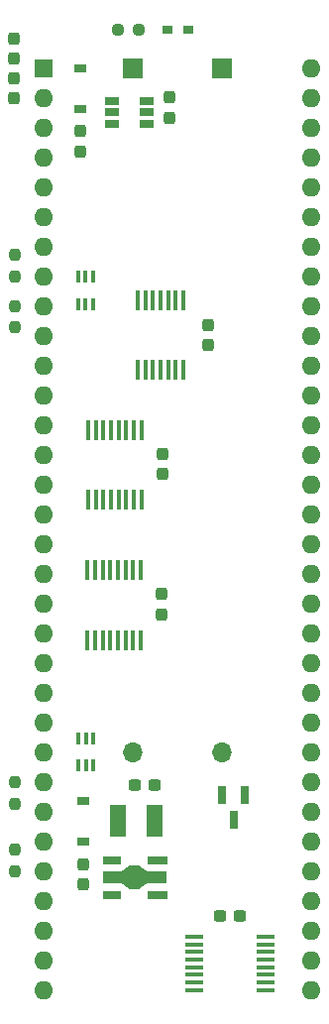
<source format=gbr>
%TF.GenerationSoftware,KiCad,Pcbnew,8.0.8+dfsg-1*%
%TF.CreationDate,2025-05-23T17:59:01+09:00*%
%TF.ProjectId,bionic-tms9900,62696f6e-6963-42d7-946d-73393930302e,1*%
%TF.SameCoordinates,Original*%
%TF.FileFunction,Soldermask,Top*%
%TF.FilePolarity,Negative*%
%FSLAX46Y46*%
G04 Gerber Fmt 4.6, Leading zero omitted, Abs format (unit mm)*
G04 Created by KiCad (PCBNEW 8.0.8+dfsg-1) date 2025-05-23 17:59:01*
%MOMM*%
%LPD*%
G01*
G04 APERTURE LIST*
G04 Aperture macros list*
%AMRoundRect*
0 Rectangle with rounded corners*
0 $1 Rounding radius*
0 $2 $3 $4 $5 $6 $7 $8 $9 X,Y pos of 4 corners*
0 Add a 4 corners polygon primitive as box body*
4,1,4,$2,$3,$4,$5,$6,$7,$8,$9,$2,$3,0*
0 Add four circle primitives for the rounded corners*
1,1,$1+$1,$2,$3*
1,1,$1+$1,$4,$5*
1,1,$1+$1,$6,$7*
1,1,$1+$1,$8,$9*
0 Add four rect primitives between the rounded corners*
20,1,$1+$1,$2,$3,$4,$5,0*
20,1,$1+$1,$4,$5,$6,$7,0*
20,1,$1+$1,$6,$7,$8,$9,0*
20,1,$1+$1,$8,$9,$2,$3,0*%
%AMFreePoly0*
4,1,13,0.500000,1.050000,1.000000,0.350000,1.000000,-0.450000,0.500000,-1.150000,0.500000,-2.750000,-0.500000,-2.750000,-0.500000,-1.150000,-1.000000,-0.450000,-1.000000,0.350000,-0.500000,1.050000,-0.500000,2.750000,0.500000,2.750000,0.500000,1.050000,0.500000,1.050000,$1*%
G04 Aperture macros list end*
%ADD10RoundRect,0.237500X0.237500X-0.300000X0.237500X0.300000X-0.237500X0.300000X-0.237500X-0.300000X0*%
%ADD11R,1.600000X1.600000*%
%ADD12O,1.600000X1.600000*%
%ADD13R,0.355600X1.778000*%
%ADD14R,1.041400X0.762000*%
%ADD15R,1.371600X2.743200*%
%ADD16RoundRect,0.237500X-0.237500X0.300000X-0.237500X-0.300000X0.237500X-0.300000X0.237500X0.300000X0*%
%ADD17R,1.200000X0.650001*%
%ADD18R,1.612900X0.355600*%
%ADD19RoundRect,0.237500X0.237500X-0.250000X0.237500X0.250000X-0.237500X0.250000X-0.237500X-0.250000X0*%
%ADD20R,1.600000X0.700000*%
%ADD21FreePoly0,270.000000*%
%ADD22R,1.700000X0.700000*%
%ADD23R,0.965200X0.762000*%
%ADD24RoundRect,0.237500X-0.237500X0.250000X-0.237500X-0.250000X0.237500X-0.250000X0.237500X0.250000X0*%
%ADD25RoundRect,0.237500X0.300000X0.237500X-0.300000X0.237500X-0.300000X-0.237500X0.300000X-0.237500X0*%
%ADD26R,0.355600X0.990600*%
%ADD27RoundRect,0.237500X0.250000X0.237500X-0.250000X0.237500X-0.250000X-0.237500X0.250000X-0.237500X0*%
%ADD28R,0.660400X1.625600*%
%ADD29R,1.700000X1.700000*%
%ADD30O,1.700000X1.700000*%
G04 APERTURE END LIST*
D10*
%TO.C,C12*%
X99644200Y-47394200D03*
X99644200Y-45669200D03*
%TD*%
D11*
%TO.C,U1*%
X88900000Y-43180000D03*
D12*
X88900000Y-45720000D03*
X88900000Y-48260000D03*
X88900000Y-50800000D03*
X88900000Y-53340000D03*
X88900000Y-55880000D03*
X88900000Y-58420000D03*
X88900000Y-60960000D03*
X88900000Y-63500000D03*
X88900000Y-66040000D03*
X88900000Y-68580000D03*
X88900000Y-71120000D03*
X88900000Y-73660000D03*
X88900000Y-76200000D03*
X88900000Y-78740000D03*
X88900000Y-81280000D03*
X88900000Y-83820000D03*
X88900000Y-86360000D03*
X88900000Y-88900000D03*
X88900000Y-91440000D03*
X88900000Y-93980000D03*
X88900000Y-96520000D03*
X88900000Y-99060000D03*
X88900000Y-101600000D03*
X88900000Y-104140000D03*
X88900000Y-106680000D03*
X88900000Y-109220000D03*
X88900000Y-111760000D03*
X88900000Y-114300000D03*
X88900000Y-116840000D03*
X88900000Y-119380000D03*
X88900000Y-121920000D03*
X111760000Y-121920000D03*
X111760000Y-119380000D03*
X111760000Y-116840000D03*
X111760000Y-114300000D03*
X111760000Y-111760000D03*
X111760000Y-109220000D03*
X111760000Y-106680000D03*
X111760000Y-104140000D03*
X111760000Y-101600000D03*
X111760000Y-99060000D03*
X111760000Y-96520000D03*
X111760000Y-93980000D03*
X111760000Y-91440000D03*
X111760000Y-88900000D03*
X111760000Y-86360000D03*
X111760000Y-83820000D03*
X111760000Y-81280000D03*
X111760000Y-78740000D03*
X111760000Y-76200000D03*
X111760000Y-73660000D03*
X111760000Y-71120000D03*
X111760000Y-68580000D03*
X111760000Y-66040000D03*
X111760000Y-63500000D03*
X111760000Y-60960000D03*
X111760000Y-58420000D03*
X111760000Y-55880000D03*
X111760000Y-53340000D03*
X111760000Y-50800000D03*
X111760000Y-48260000D03*
X111760000Y-45720000D03*
X111760000Y-43180000D03*
%TD*%
D13*
%TO.C,U4*%
X97169399Y-86055200D03*
X96519401Y-86055200D03*
X95869399Y-86055200D03*
X95219401Y-86055200D03*
X94569402Y-86055200D03*
X93919401Y-86055200D03*
X93269402Y-86055200D03*
X92619401Y-86055200D03*
X92619401Y-91998800D03*
X93269399Y-91998800D03*
X93919401Y-91998800D03*
X94569399Y-91998800D03*
X95219398Y-91998800D03*
X95869399Y-91998800D03*
X96519398Y-91998800D03*
X97169399Y-91998800D03*
%TD*%
D14*
%TO.C,D3*%
X91998800Y-46672500D03*
X91998800Y-43192700D03*
%TD*%
%TO.C,D2*%
X92252800Y-109220000D03*
X92252800Y-105740200D03*
%TD*%
D10*
%TO.C,C13*%
X86283800Y-42366100D03*
X86283800Y-40641100D03*
%TD*%
D15*
%TO.C,L1*%
X98348800Y-107442000D03*
X95199200Y-107442000D03*
%TD*%
D16*
%TO.C,C11*%
X91998800Y-48540500D03*
X91998800Y-50265500D03*
%TD*%
D17*
%TO.C,U7*%
X94740199Y-45989199D03*
X94740199Y-46939200D03*
X94740199Y-47889198D03*
X97690198Y-47889198D03*
X97690198Y-46939200D03*
X97690198Y-45989199D03*
%TD*%
D18*
%TO.C,U5*%
X101746050Y-117359001D03*
X101746050Y-118008999D03*
X101746050Y-118659001D03*
X101746050Y-119308999D03*
X101746050Y-119958998D03*
X101746050Y-120608999D03*
X101746050Y-121258998D03*
X101746050Y-121908999D03*
X107854750Y-121908999D03*
X107854750Y-121259001D03*
X107854750Y-120608999D03*
X107854750Y-119959001D03*
X107854750Y-119309002D03*
X107854750Y-118659001D03*
X107854750Y-118009002D03*
X107854750Y-117359001D03*
%TD*%
D19*
%TO.C,R4*%
X86410800Y-65325000D03*
X86410800Y-63500000D03*
%TD*%
D13*
%TO.C,U6*%
X100799901Y-62979300D03*
X100149900Y-62979300D03*
X99499899Y-62979300D03*
X98849900Y-62979300D03*
X98199901Y-62979300D03*
X97549900Y-62979300D03*
X96899901Y-62979300D03*
X96899899Y-68922900D03*
X97549900Y-68922900D03*
X98199899Y-68922900D03*
X98849900Y-68922900D03*
X99499899Y-68922900D03*
X100149900Y-68922900D03*
X100799899Y-68922900D03*
%TD*%
D20*
%TO.C,U8*%
X94742000Y-110792000D03*
D21*
X96692000Y-112292000D03*
D20*
X94742000Y-113792000D03*
D22*
X98592000Y-113792000D03*
X98592000Y-110792000D03*
%TD*%
D16*
%TO.C,C9*%
X92252800Y-111150400D03*
X92252800Y-112875400D03*
%TD*%
D23*
%TO.C,D1*%
X99453700Y-39878000D03*
X101206300Y-39878000D03*
%TD*%
D24*
%TO.C,R3*%
X86410800Y-109935000D03*
X86410800Y-111760000D03*
%TD*%
D10*
%TO.C,C4*%
X98958400Y-89813300D03*
X98958400Y-88088300D03*
%TD*%
D13*
%TO.C,U3*%
X97220199Y-74066400D03*
X96570201Y-74066400D03*
X95920199Y-74066400D03*
X95270201Y-74066400D03*
X94620202Y-74066400D03*
X93970201Y-74066400D03*
X93320202Y-74066400D03*
X92670201Y-74066400D03*
X92670201Y-80010000D03*
X93320199Y-80010000D03*
X93970201Y-80010000D03*
X94620199Y-80010000D03*
X95270198Y-80010000D03*
X95920199Y-80010000D03*
X96570198Y-80010000D03*
X97220199Y-80010000D03*
%TD*%
D25*
%TO.C,C8*%
X98348800Y-104394000D03*
X96623800Y-104394000D03*
%TD*%
%TO.C,C5*%
X105618500Y-115570000D03*
X103893500Y-115570000D03*
%TD*%
D24*
%TO.C,R5*%
X86410800Y-59135000D03*
X86410800Y-60960000D03*
%TD*%
D10*
%TO.C,C3*%
X99009200Y-77824500D03*
X99009200Y-76099500D03*
%TD*%
D26*
%TO.C,Q2*%
X91806001Y-63296800D03*
X92456000Y-63296800D03*
X93105999Y-63296800D03*
X93105999Y-60960000D03*
X92456000Y-60960000D03*
X91806001Y-60960000D03*
%TD*%
D10*
%TO.C,C1*%
X86283800Y-45718900D03*
X86283800Y-43993900D03*
%TD*%
D19*
%TO.C,R2*%
X86410800Y-105966900D03*
X86410800Y-104141900D03*
%TD*%
D26*
%TO.C,Q1*%
X91816401Y-102717600D03*
X92466400Y-102717600D03*
X93116399Y-102717600D03*
X93116399Y-100380800D03*
X92466400Y-100380800D03*
X91816401Y-100380800D03*
%TD*%
D27*
%TO.C,R1*%
X97028000Y-39878000D03*
X95203000Y-39878000D03*
%TD*%
D28*
%TO.C,U2*%
X106040001Y-105206800D03*
X104139999Y-105206800D03*
X105090000Y-107338800D03*
%TD*%
D10*
%TO.C,C6*%
X102913900Y-66813600D03*
X102913900Y-65088600D03*
%TD*%
D29*
%TO.C,J1*%
X96520000Y-43180000D03*
D30*
X96520000Y-101600000D03*
%TD*%
%TO.C,J2*%
X104140000Y-101600000D03*
D29*
X104140000Y-43180000D03*
%TD*%
M02*

</source>
